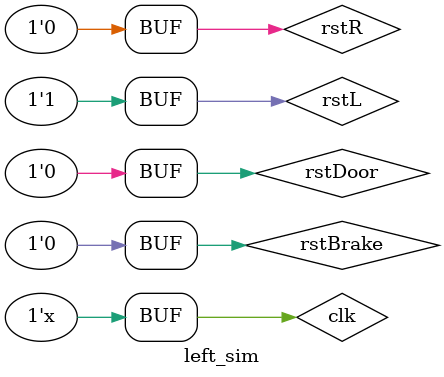
<source format=v>
`timescale 1ns / 1ps


module left_sim();
reg clk;
reg rstL;
reg rstR;
reg rstBrake;
reg rstDoor;
wire [2:0] ledL;
wire [2:0] ledR;
wire [6:0] ledNum1;
wire [6:0] ledNum2;

water_lamp u0(
    .clk(clk),
    .rstL(rstL),
    .ledL(ledL),
    .rstR(rstR),
    .ledR(ledR),
    .rstBrake(rstBrake),
    .rstDoor(rstDoor),
    .ledNum1(ledNum1),
    .ledNum2(ledNum2)
    );
parameter CYCLE = 10;
always # (CYCLE)clk=~clk;
    initial
        begin
        clk = 1'b0;
        rstL = 1'b0;
        rstR = 1'b0;
        rstDoor = 1'b0;
        rstBrake = 1'b0;
        #100;
        rstL = 1'b1;
        end
endmodule

</source>
